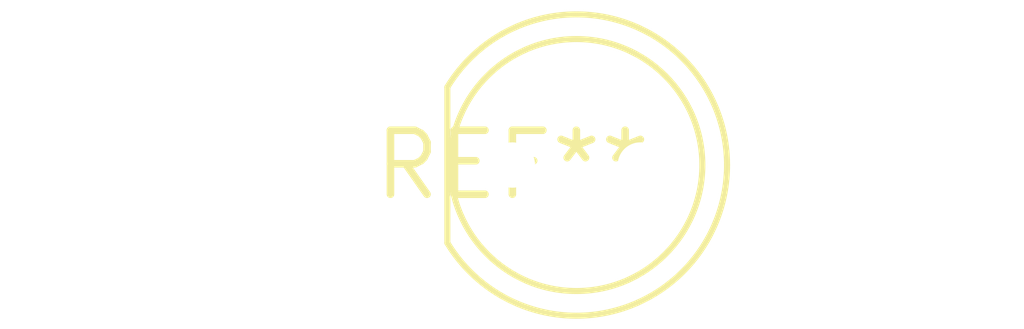
<source format=kicad_pcb>
(kicad_pcb (version 20240108) (generator pcbnew)
  (layers (0 "F.Cu" signal) (31 "B.Cu" signal) (34 "B.Paste" user) (35 "F.Paste" user) (36 "B.SilkS" user "B.Silkscreen") (37 "F.SilkS" user "F.Silkscreen") (38 "B.Mask" user) (39 "F.Mask" user) (44 "Edge.Cuts" user))
  (net 0 "")
  (footprint "LED_D5.0mm_IRBlack" (layer "F.Cu") (at 0 0)
    (property "Reference" "REF**")
    (property "Value" "LED_D5.0mm_IRBlack")
    (fp_line (start -1.29 -1.545) (end -1.29 1.545) (layer "F.SilkS") (stroke (width 0.12)))
    (fp_arc (start -1.29 -1.54483) (mid 2.072002 -2.880433) (end 4.26 0.000462) (layer "F.SilkS") (stroke (width 0.12)))
    (fp_arc (start 4.26 -0.000462) (mid 2.072002 2.880433) (end -1.29 1.54483) (layer "F.SilkS") (stroke (width 0.12)))
    (fp_circle (center 1.27 0) (end 3.77 0) (layer "F.SilkS") (stroke (width 0.12)) (fill none))
    (pad "1" thru_hole rect (at 0 0) (size 1.8 1.8) (drill 0.9) (layers *.Cu *.Mask) (remove_unused_layers))
    (pad "2" thru_hole circle (at 2.54 0) (size 1.8 1.8) (drill 0.9) (layers *.Cu *.Mask) (remove_unused_layers))
  )
)
</source>
